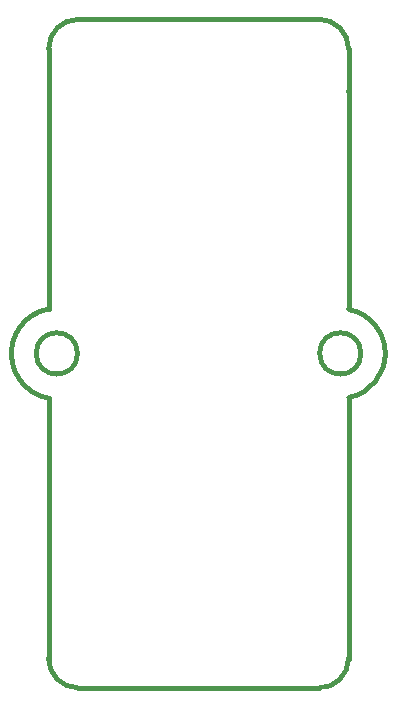
<source format=gbr>
%FSLAX46Y46*%
G04 Gerber Fmt 4.6, Leading zero omitted, Abs format (unit mm)*
G04 Created by KiCad (PCBNEW (2014-jul-16 BZR unknown)-product) date Fri 13 Mar 2015 08:43:45 PM CET*
%MOMM*%
G01*
G04 APERTURE LIST*
%ADD10C,0.150000*%
%ADD11C,0.381000*%
G04 APERTURE END LIST*
D10*
D11*
X187140000Y-101380000D02*
X207520000Y-101380000D01*
X184620000Y-77350000D02*
X184620000Y-76860000D01*
X184620000Y-69300000D02*
X184610000Y-69300000D01*
X184620000Y-68780000D02*
X184620000Y-69300000D01*
X184586695Y-69309926D02*
G75*
G03X181500000Y-73500000I703305J-3750074D01*
G74*
G01*
X210020000Y-68850000D02*
X210020000Y-69320000D01*
X210020000Y-77380000D02*
X210020000Y-76800000D01*
X210045714Y-76788065D02*
G75*
G03X213130000Y-72880000I-705714J3728065D01*
G74*
G01*
X187070000Y-73060000D02*
G75*
G03X187070000Y-73060000I-1750000J0D01*
G74*
G01*
X211070000Y-73060000D02*
G75*
G03X211070000Y-73060000I-1750000J0D01*
G74*
G01*
X210020000Y-57940000D02*
X210020000Y-68830000D01*
X210020000Y-77790000D02*
X210020000Y-77390000D01*
X184620000Y-68810000D02*
X184630000Y-68810000D01*
X184620000Y-57960000D02*
X184620000Y-68810000D01*
X184620000Y-77840000D02*
X184620000Y-77360000D01*
X184620000Y-50280000D02*
X184620000Y-47280000D01*
X210020000Y-47280000D02*
X210020000Y-50220000D01*
X210020000Y-98500000D02*
X210020000Y-77810000D01*
X213070000Y-73780000D02*
G75*
G03X210020000Y-69330000I-3750000J700000D01*
G74*
G01*
X184620000Y-77870000D02*
X184620000Y-98970000D01*
X181540000Y-72380000D02*
G75*
G03X184620000Y-76860000I3780000J-700000D01*
G74*
G01*
X210020000Y-50300000D02*
X210020000Y-50840000D01*
X184620000Y-50300000D02*
X184620000Y-50790000D01*
X184620000Y-98610000D02*
X184620000Y-98930000D01*
X210020000Y-98930000D02*
X210010000Y-98930000D01*
X210020000Y-98520000D02*
X210020000Y-98930000D01*
X184620000Y-57940000D02*
X184620000Y-50780000D01*
X210020000Y-50800000D02*
X210010000Y-50800000D01*
X210020000Y-57940000D02*
X210020000Y-50800000D01*
X187150000Y-44770000D02*
X207510000Y-44770000D01*
X210020000Y-47260000D02*
G75*
G03X207530000Y-44770000I-2490000J0D01*
G74*
G01*
X187120000Y-44770000D02*
G75*
G03X184620000Y-47270000I0J-2500000D01*
G74*
G01*
X207520000Y-101380000D02*
G75*
G03X210020000Y-98880000I0J2500000D01*
G74*
G01*
X184620000Y-98880000D02*
G75*
G03X187120000Y-101380000I2500000J0D01*
G74*
G01*
M02*

</source>
